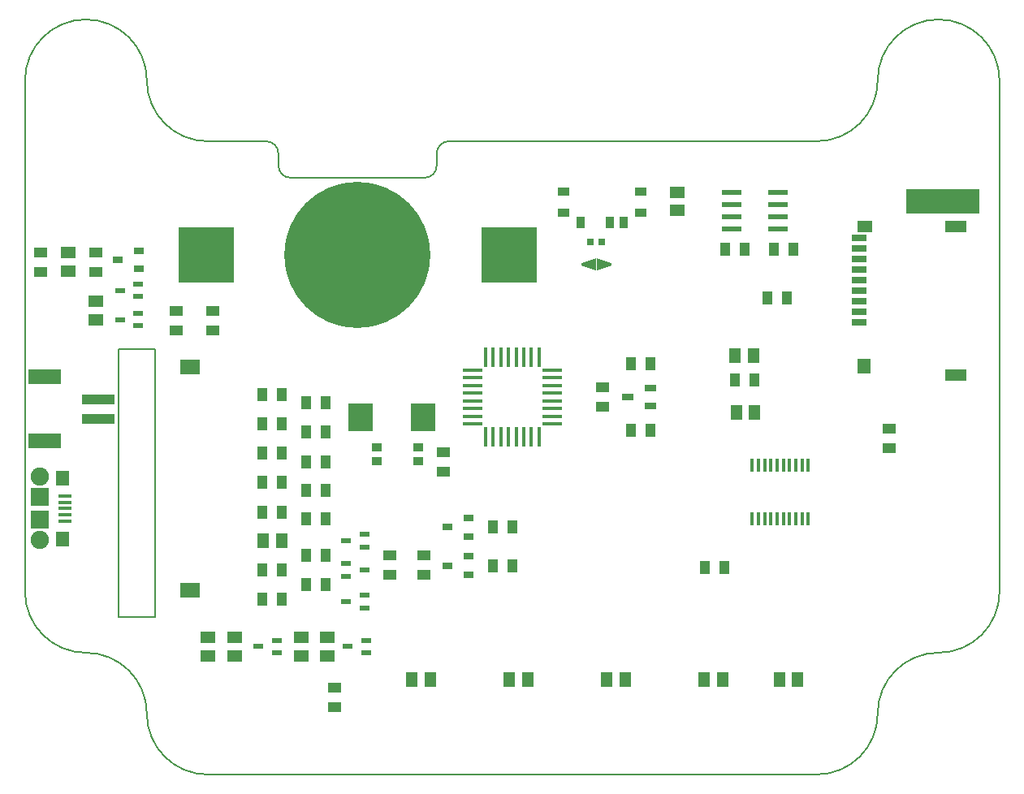
<source format=gbp>
G04 (created by PCBNEW (2013-03-15 BZR 4003)-stable) date 15-Jul-13 6:19:58 PM*
%MOIN*%
G04 Gerber Fmt 3.4, Leading zero omitted, Abs format*
%FSLAX34Y34*%
G01*
G70*
G90*
G04 APERTURE LIST*
%ADD10C,0*%
%ADD11C,0.005*%
%ADD12R,0.0394X0.0236*%
%ADD13R,0.0394X0.0315*%
%ADD14R,0.042X0.056*%
%ADD15R,0.056X0.042*%
%ADD16R,0.059X0.0512*%
%ADD17R,0.0512X0.059*%
%ADD18R,0.0472X0.0315*%
%ADD19R,0.0787X0.0177*%
%ADD20R,0.0177X0.0787*%
%ADD21R,0.054X0.016*%
%ADD22R,0.056X0.063*%
%ADD23R,0.075X0.075*%
%ADD24C,0.075*%
%ADD25R,0.08X0.024*%
%ADD26R,0.0394X0.0354*%
%ADD27R,0.0984252X0.11811*%
%ADD28R,0.3X0.1*%
%ADD29R,0.1337X0.059*%
%ADD30R,0.1377X0.0392*%
%ADD31R,0.0787402X0.0629921*%
%ADD32R,0.0433071X0.00393701*%
%ADD33R,0.0165X0.0579*%
%ADD34R,0.0629921X0.0275591*%
%ADD35R,0.0629921X0.0472441*%
%ADD36R,0.0866142X0.0472441*%
%ADD37R,0.0551181X0.0629921*%
%ADD38R,0.03X0.03*%
%ADD39R,0.0492126X0.0354331*%
%ADD40R,0.0354331X0.0492126*%
%ADD41R,0.225X0.225*%
%ADD42C,0.6*%
G04 APERTURE END LIST*
G54D10*
G54D11*
X19900Y-19000D02*
X17500Y-19000D01*
X20400Y-19500D02*
G75*
G03X19900Y-19000I-500J0D01*
G74*
G01*
X27400Y-19000D02*
G75*
G03X26900Y-19500I0J-500D01*
G74*
G01*
X26400Y-20500D02*
G75*
G03X26900Y-20000I0J500D01*
G74*
G01*
X20400Y-20000D02*
G75*
G03X20900Y-20500I500J0D01*
G74*
G01*
X26900Y-19500D02*
X26900Y-20000D01*
X20400Y-19500D02*
X20400Y-20000D01*
X20900Y-20500D02*
X26400Y-20500D01*
X27400Y-19000D02*
X42500Y-19000D01*
X47500Y-40000D02*
G75*
G03X50000Y-37500I0J2500D01*
G74*
G01*
X42500Y-45000D02*
G75*
G03X45000Y-42500I0J2500D01*
G74*
G01*
X47500Y-40000D02*
G75*
G03X45000Y-42500I0J-2500D01*
G74*
G01*
X15000Y-42500D02*
G75*
G03X17500Y-45000I2500J0D01*
G74*
G01*
X10000Y-37500D02*
G75*
G03X12500Y-40000I2500J0D01*
G74*
G01*
X15000Y-42500D02*
G75*
G03X12500Y-40000I-2500J0D01*
G74*
G01*
X42500Y-19000D02*
G75*
G03X45000Y-16500I0J2500D01*
G74*
G01*
X50000Y-16500D02*
G75*
G03X47500Y-14000I-2500J0D01*
G74*
G01*
X47500Y-14000D02*
G75*
G03X45000Y-16500I0J-2500D01*
G74*
G01*
X15000Y-16500D02*
G75*
G03X17500Y-19000I2500J0D01*
G74*
G01*
X15000Y-16500D02*
G75*
G03X12500Y-14000I-2500J0D01*
G74*
G01*
X12500Y-14000D02*
G75*
G03X10000Y-16500I0J-2500D01*
G74*
G01*
X13850Y-38550D02*
X15350Y-38550D01*
X13850Y-27550D02*
X13850Y-38550D01*
X15350Y-27550D02*
X13850Y-27550D01*
X15350Y-38550D02*
X15350Y-27550D01*
X42500Y-45000D02*
X17500Y-45000D01*
X10000Y-37500D02*
X10000Y-16500D01*
X50000Y-16500D02*
X50000Y-37500D01*
G54D12*
X23924Y-38156D03*
X23924Y-37644D03*
X23176Y-37900D03*
X14649Y-26581D03*
X14649Y-26069D03*
X13901Y-26325D03*
X23924Y-35656D03*
X23924Y-35144D03*
X23176Y-35400D03*
X20324Y-40006D03*
X20324Y-39494D03*
X19576Y-39750D03*
X23176Y-36344D03*
X23176Y-36856D03*
X23924Y-36600D03*
X23999Y-40006D03*
X23999Y-39494D03*
X23251Y-39750D03*
X14649Y-25381D03*
X14649Y-24869D03*
X13901Y-25125D03*
G54D13*
X13792Y-23875D03*
X14658Y-24250D03*
X14658Y-23500D03*
G54D14*
X41275Y-25425D03*
X40475Y-25425D03*
X29200Y-34850D03*
X30000Y-34850D03*
X19750Y-34225D03*
X20550Y-34225D03*
X21550Y-30950D03*
X22350Y-30950D03*
X19750Y-33000D03*
X20550Y-33000D03*
X21550Y-32175D03*
X22350Y-32175D03*
G54D15*
X16220Y-26780D03*
X16220Y-25980D03*
G54D14*
X21550Y-29750D03*
X22350Y-29750D03*
X19750Y-30600D03*
X20550Y-30600D03*
G54D15*
X17700Y-26775D03*
X17700Y-25975D03*
G54D14*
X21550Y-33350D03*
X22350Y-33350D03*
X21550Y-37200D03*
X22350Y-37200D03*
X19750Y-31800D03*
X20550Y-31800D03*
X21550Y-36000D03*
X22350Y-36000D03*
X34875Y-28150D03*
X35675Y-28150D03*
X22350Y-34500D03*
X21550Y-34500D03*
X19750Y-36600D03*
X20550Y-36600D03*
X19750Y-37800D03*
X20550Y-37800D03*
X19750Y-29400D03*
X20550Y-29400D03*
G54D15*
X26375Y-36800D03*
X26375Y-36000D03*
G54D16*
X12900Y-26325D03*
X12900Y-25575D03*
X22400Y-39375D03*
X22400Y-40125D03*
X18600Y-40125D03*
X18600Y-39375D03*
G54D17*
X19775Y-35400D03*
X20525Y-35400D03*
G54D16*
X17500Y-39375D03*
X17500Y-40125D03*
X21350Y-39375D03*
X21350Y-40125D03*
G54D17*
X39900Y-27800D03*
X39150Y-27800D03*
G54D16*
X11775Y-24325D03*
X11775Y-23575D03*
G54D15*
X24975Y-36800D03*
X24975Y-36000D03*
G54D14*
X39150Y-28800D03*
X39950Y-28800D03*
X37900Y-36500D03*
X38700Y-36500D03*
G54D15*
X12900Y-23575D03*
X12900Y-24375D03*
G54D14*
X35675Y-30875D03*
X34875Y-30875D03*
G54D15*
X27175Y-31775D03*
X27175Y-32575D03*
X10650Y-23575D03*
X10650Y-24375D03*
X33700Y-29900D03*
X33700Y-29100D03*
G54D18*
X35675Y-29125D03*
X34725Y-29500D03*
X35675Y-29875D03*
G54D17*
X34640Y-41100D03*
X33890Y-41100D03*
X38640Y-41100D03*
X37890Y-41100D03*
X30640Y-41100D03*
X29890Y-41100D03*
X40960Y-41100D03*
X41710Y-41100D03*
G54D15*
X22700Y-41450D03*
X22700Y-42250D03*
G54D19*
X28366Y-28398D03*
X28366Y-28713D03*
X28366Y-29028D03*
X28366Y-29343D03*
X28366Y-29657D03*
X28366Y-29972D03*
X28366Y-30287D03*
X28366Y-30602D03*
X31634Y-30602D03*
X31634Y-28398D03*
X31634Y-28713D03*
X31634Y-29028D03*
X31634Y-29343D03*
X31634Y-29657D03*
X31634Y-29972D03*
X31634Y-30287D03*
G54D20*
X28898Y-31134D03*
X29213Y-31134D03*
X29528Y-31134D03*
X29843Y-31134D03*
X30157Y-31134D03*
X30472Y-31134D03*
X30787Y-31134D03*
X31102Y-31134D03*
X28898Y-27866D03*
X29213Y-27866D03*
X29528Y-27866D03*
X29843Y-27866D03*
X30157Y-27866D03*
X30472Y-27866D03*
X30787Y-27866D03*
X31102Y-27866D03*
G54D13*
X27342Y-36425D03*
X28208Y-36800D03*
X28208Y-36050D03*
G54D16*
X36775Y-21850D03*
X36775Y-21100D03*
G54D14*
X40750Y-23425D03*
X41550Y-23425D03*
G54D17*
X26640Y-41100D03*
X25890Y-41100D03*
G54D14*
X39525Y-23425D03*
X38725Y-23425D03*
G54D15*
X45475Y-30800D03*
X45475Y-31600D03*
G54D21*
X11650Y-34075D03*
X11650Y-33819D03*
X11650Y-33563D03*
X11650Y-34331D03*
X11650Y-34587D03*
G54D22*
X11550Y-35325D03*
X11550Y-32825D03*
G54D23*
X10600Y-34550D03*
X10600Y-33600D03*
G54D24*
X10600Y-35375D03*
X10600Y-32775D03*
G54D13*
X27342Y-34850D03*
X28208Y-35225D03*
X28208Y-34475D03*
G54D14*
X29200Y-36425D03*
X30000Y-36425D03*
G54D25*
X39000Y-21100D03*
X40900Y-21100D03*
X39000Y-21600D03*
X39000Y-22100D03*
X39000Y-22600D03*
X40900Y-21600D03*
X40900Y-22100D03*
X40900Y-22600D03*
G54D26*
X26125Y-32146D03*
X26125Y-31554D03*
X24450Y-32146D03*
X24450Y-31554D03*
G54D27*
X23775Y-30325D03*
X26325Y-30325D03*
G54D28*
X47675Y-21475D03*
G54D29*
X10819Y-31318D03*
G54D30*
X13004Y-30393D03*
X13004Y-29607D03*
G54D29*
X10819Y-28682D03*
G54D10*
G36*
X32825Y-24100D02*
X32825Y-24000D01*
X33425Y-23800D01*
X33425Y-24300D01*
X32825Y-24100D01*
X32825Y-24100D01*
G37*
G36*
X33475Y-24300D02*
X33475Y-23800D01*
X34075Y-24000D01*
X34075Y-24100D01*
X33475Y-24300D01*
X33475Y-24300D01*
G37*
G54D31*
X16768Y-28263D03*
X16768Y-37436D03*
G54D32*
X18050Y-29011D03*
X18050Y-29208D03*
X18050Y-29405D03*
X18050Y-29601D03*
X18050Y-29798D03*
X18050Y-29995D03*
X18050Y-30192D03*
X18050Y-30389D03*
X18050Y-30586D03*
X18050Y-30783D03*
X18050Y-30979D03*
X18050Y-31176D03*
X18050Y-31373D03*
X18050Y-31570D03*
X18050Y-31767D03*
X18050Y-31964D03*
X18050Y-32161D03*
X18050Y-32357D03*
X18050Y-32554D03*
X18050Y-32751D03*
X18050Y-32948D03*
X18050Y-33145D03*
X18050Y-33342D03*
X18050Y-33538D03*
X18050Y-33735D03*
X18050Y-33932D03*
X18050Y-34129D03*
X18050Y-34326D03*
X18050Y-34523D03*
X18050Y-34720D03*
X18050Y-34916D03*
X18050Y-35113D03*
X18050Y-35310D03*
X18050Y-35507D03*
X18050Y-35704D03*
X18050Y-35901D03*
X18050Y-36098D03*
X18050Y-36294D03*
X18050Y-36491D03*
X18050Y-36688D03*
G54D33*
X40872Y-32298D03*
X41128Y-32298D03*
X41384Y-32298D03*
X41640Y-32298D03*
X40104Y-34502D03*
X40104Y-32298D03*
X40360Y-32298D03*
X40616Y-32298D03*
X41896Y-34502D03*
X41640Y-34502D03*
X41384Y-34502D03*
X41128Y-34502D03*
X40872Y-34502D03*
X40616Y-34502D03*
X41896Y-32298D03*
X40360Y-34502D03*
X39848Y-32298D03*
X42152Y-32298D03*
X42152Y-34502D03*
X39848Y-34502D03*
G54D34*
X44230Y-24700D03*
X44230Y-24267D03*
X44230Y-23834D03*
X44230Y-23401D03*
X44230Y-22968D03*
X44230Y-25133D03*
X44230Y-25566D03*
X44230Y-25999D03*
X44230Y-26432D03*
G54D35*
X44466Y-22495D03*
G54D36*
X48206Y-22495D03*
X48206Y-28597D03*
G54D37*
X44426Y-28243D03*
G54D17*
X39200Y-30150D03*
X39950Y-30150D03*
G54D38*
X33675Y-23150D03*
X33200Y-23150D03*
G54D39*
X35284Y-21077D03*
X32115Y-21077D03*
X35284Y-21943D03*
X32115Y-21943D03*
G54D40*
X34585Y-22327D03*
X33995Y-22327D03*
X32814Y-22327D03*
G54D41*
X29875Y-23675D03*
X17425Y-23675D03*
G54D42*
X23650Y-23675D03*
M02*

</source>
